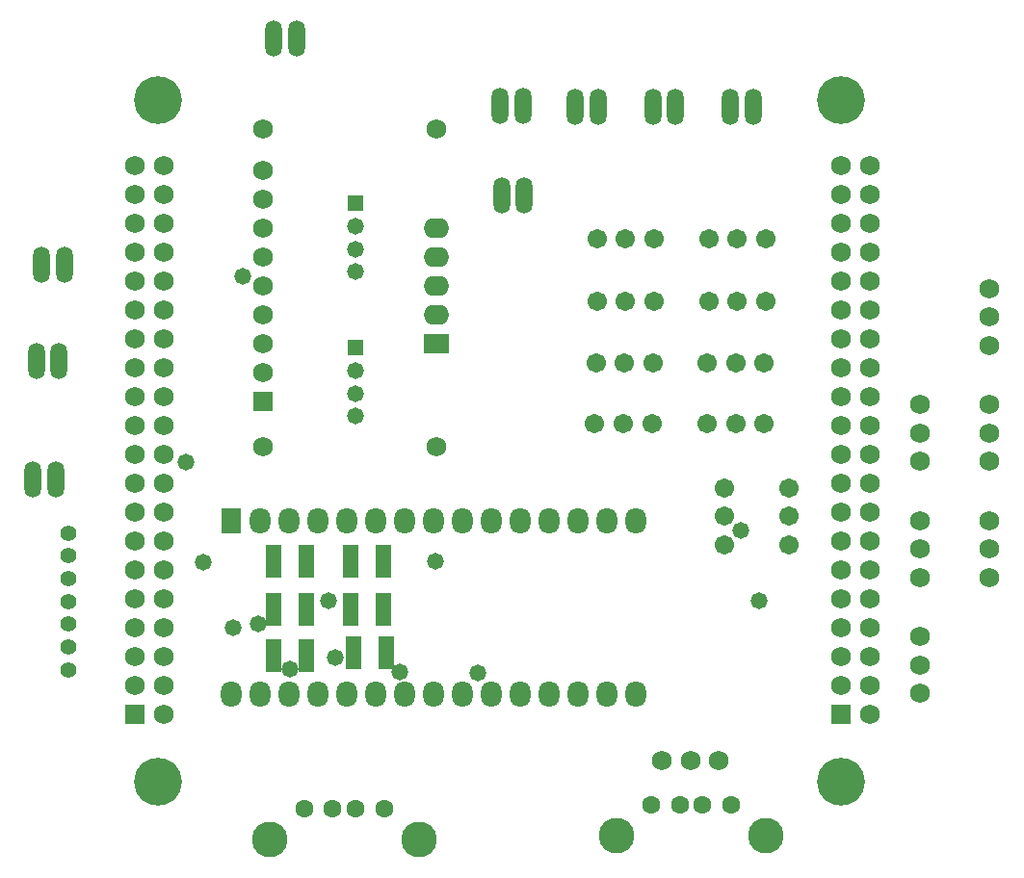
<source format=gts>
G04 Layer_Color=20142*
%FSLAX24Y24*%
%MOIN*%
G70*
G01*
G75*
%ADD795R,0.0552X0.1143*%
%ADD796O,0.0580X0.1261*%
%ADD797C,0.0552*%
%ADD798C,0.0680*%
%ADD799R,0.0580X0.0580*%
%ADD800C,0.0580*%
%ADD801C,0.0671*%
%ADD802C,0.1655*%
%ADD803C,0.0690*%
%ADD804R,0.0690X0.0690*%
%ADD805O,0.0710X0.0907*%
%ADD806R,0.0710X0.0907*%
%ADD807R,0.0680X0.0680*%
%ADD808O,0.0880X0.0680*%
%ADD809R,0.0880X0.0680*%
%ADD810C,0.0630*%
%ADD811C,0.1230*%
D795*
X18484Y19449D02*
D03*
X19626D02*
D03*
X19705Y16299D02*
D03*
X18563D02*
D03*
X18484Y17795D02*
D03*
X19626D02*
D03*
X15807Y19449D02*
D03*
X16949D02*
D03*
X15807Y17795D02*
D03*
X16949D02*
D03*
X15807Y16181D02*
D03*
X16949D02*
D03*
D796*
X23661Y35236D02*
D03*
X24449D02*
D03*
X7795Y29724D02*
D03*
X8583D02*
D03*
X7480Y22283D02*
D03*
X8268D02*
D03*
X7598Y26378D02*
D03*
X8386D02*
D03*
X28937Y35197D02*
D03*
X29724D02*
D03*
X23701Y32126D02*
D03*
X24488D02*
D03*
X31614Y35197D02*
D03*
X32402D02*
D03*
X26260D02*
D03*
X27047D02*
D03*
X15827Y37559D02*
D03*
X16614D02*
D03*
D797*
X8701Y15709D02*
D03*
Y20433D02*
D03*
Y19646D02*
D03*
Y18858D02*
D03*
Y18071D02*
D03*
Y17283D02*
D03*
Y16496D02*
D03*
D798*
X31220Y12559D02*
D03*
X30236D02*
D03*
X29252D02*
D03*
X40591Y28898D02*
D03*
Y27913D02*
D03*
Y26929D02*
D03*
Y24882D02*
D03*
Y23898D02*
D03*
Y22913D02*
D03*
X38189Y24882D02*
D03*
Y23898D02*
D03*
Y22913D02*
D03*
Y20866D02*
D03*
Y19882D02*
D03*
Y18898D02*
D03*
X40591Y20866D02*
D03*
Y19882D02*
D03*
Y18898D02*
D03*
X38189Y16850D02*
D03*
Y15866D02*
D03*
Y14882D02*
D03*
X15449Y34441D02*
D03*
X21449D02*
D03*
X15449Y23441D02*
D03*
X21449D02*
D03*
X15449Y31991D02*
D03*
Y30991D02*
D03*
Y29991D02*
D03*
Y28991D02*
D03*
Y27991D02*
D03*
Y26991D02*
D03*
Y25991D02*
D03*
Y32991D02*
D03*
D799*
X18661Y26850D02*
D03*
Y31850D02*
D03*
D800*
Y26063D02*
D03*
Y25269D02*
D03*
Y24479D02*
D03*
Y29479D02*
D03*
Y30269D02*
D03*
Y31063D02*
D03*
X20195Y15620D02*
D03*
X17940Y16139D02*
D03*
X13390Y19420D02*
D03*
X15280Y17280D02*
D03*
X21420Y19470D02*
D03*
X14400Y17160D02*
D03*
X31990Y20530D02*
D03*
X14760Y29330D02*
D03*
X12770Y22880D02*
D03*
X17720Y18090D02*
D03*
X32620D02*
D03*
X16370Y15720D02*
D03*
X22890Y15580D02*
D03*
D801*
X30866Y30630D02*
D03*
X31850D02*
D03*
X32835D02*
D03*
X27008D02*
D03*
X27992D02*
D03*
X28976D02*
D03*
X30866Y28465D02*
D03*
X31850D02*
D03*
X32835D02*
D03*
X27008D02*
D03*
X27992D02*
D03*
X28976D02*
D03*
X30827Y26339D02*
D03*
X31811D02*
D03*
X32795D02*
D03*
X26969D02*
D03*
X27953D02*
D03*
X28937D02*
D03*
X30827Y24213D02*
D03*
X31811D02*
D03*
X32795D02*
D03*
X26929D02*
D03*
X27913D02*
D03*
X28898D02*
D03*
X33661Y20039D02*
D03*
Y21024D02*
D03*
Y22008D02*
D03*
X31417Y20039D02*
D03*
Y21024D02*
D03*
Y22008D02*
D03*
D802*
X11811Y35433D02*
D03*
X35433Y11811D02*
D03*
X11811D02*
D03*
X35433Y35433D02*
D03*
D803*
X11024Y33173D02*
D03*
Y32173D02*
D03*
Y31173D02*
D03*
Y30173D02*
D03*
Y29173D02*
D03*
Y28173D02*
D03*
Y27173D02*
D03*
Y26173D02*
D03*
Y25173D02*
D03*
Y24173D02*
D03*
Y23173D02*
D03*
Y22173D02*
D03*
Y21173D02*
D03*
Y20173D02*
D03*
Y19173D02*
D03*
Y18173D02*
D03*
Y17173D02*
D03*
Y16173D02*
D03*
Y15173D02*
D03*
X12024Y33173D02*
D03*
Y32173D02*
D03*
Y31173D02*
D03*
Y30173D02*
D03*
Y29173D02*
D03*
Y28173D02*
D03*
Y27173D02*
D03*
Y26173D02*
D03*
Y25173D02*
D03*
Y24173D02*
D03*
Y23173D02*
D03*
Y22173D02*
D03*
Y21173D02*
D03*
Y20173D02*
D03*
Y19173D02*
D03*
Y18173D02*
D03*
Y17173D02*
D03*
Y16173D02*
D03*
Y15173D02*
D03*
Y14173D02*
D03*
X35433Y33173D02*
D03*
Y32173D02*
D03*
Y31173D02*
D03*
Y30173D02*
D03*
Y29173D02*
D03*
Y28173D02*
D03*
Y27173D02*
D03*
Y26173D02*
D03*
Y25173D02*
D03*
Y24173D02*
D03*
Y23173D02*
D03*
Y22173D02*
D03*
Y21173D02*
D03*
Y20173D02*
D03*
Y19173D02*
D03*
Y18173D02*
D03*
Y17173D02*
D03*
Y16173D02*
D03*
Y15173D02*
D03*
X36433Y33173D02*
D03*
Y32173D02*
D03*
Y31173D02*
D03*
Y30173D02*
D03*
Y29173D02*
D03*
Y28173D02*
D03*
Y27173D02*
D03*
Y26173D02*
D03*
Y25173D02*
D03*
Y24173D02*
D03*
Y23173D02*
D03*
Y22173D02*
D03*
Y21173D02*
D03*
Y20173D02*
D03*
Y19173D02*
D03*
Y18173D02*
D03*
Y17173D02*
D03*
Y16173D02*
D03*
Y15173D02*
D03*
Y14173D02*
D03*
D804*
X11024D02*
D03*
X35433D02*
D03*
D805*
X27346Y14866D02*
D03*
X26346D02*
D03*
X25346D02*
D03*
X24346D02*
D03*
X23346D02*
D03*
X22346D02*
D03*
X21346D02*
D03*
X20346D02*
D03*
X19346D02*
D03*
X18346D02*
D03*
X17346D02*
D03*
X16346D02*
D03*
X15346D02*
D03*
X14346D02*
D03*
X15346Y20866D02*
D03*
X16346D02*
D03*
X17346D02*
D03*
X18346D02*
D03*
X19346D02*
D03*
X20346D02*
D03*
X21346D02*
D03*
X22346D02*
D03*
X23346D02*
D03*
X24346D02*
D03*
X25346D02*
D03*
X28346Y14866D02*
D03*
X26346Y20866D02*
D03*
X27346D02*
D03*
X28346D02*
D03*
D806*
X14346D02*
D03*
D807*
X15449Y24991D02*
D03*
D808*
X21449Y30991D02*
D03*
Y29991D02*
D03*
Y28991D02*
D03*
Y27991D02*
D03*
D809*
Y26991D02*
D03*
D810*
X19634Y10900D02*
D03*
X18650D02*
D03*
X16878D02*
D03*
X17862D02*
D03*
X31642Y11018D02*
D03*
X30657D02*
D03*
X28886D02*
D03*
X29870D02*
D03*
D811*
X15669Y9833D02*
D03*
X20843D02*
D03*
X27677Y9951D02*
D03*
X32850D02*
D03*
M02*

</source>
